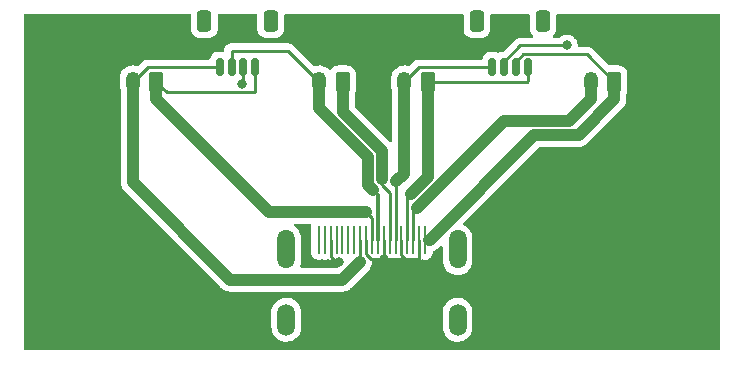
<source format=gbr>
%TF.GenerationSoftware,KiCad,Pcbnew,(6.0.5)*%
%TF.CreationDate,2022-06-06T17:16:28-06:00*%
%TF.ProjectId,15Pin_Fanout,31355069-6e5f-4466-916e-6f75742e6b69,rev?*%
%TF.SameCoordinates,Original*%
%TF.FileFunction,Copper,L1,Top*%
%TF.FilePolarity,Positive*%
%FSLAX46Y46*%
G04 Gerber Fmt 4.6, Leading zero omitted, Abs format (unit mm)*
G04 Created by KiCad (PCBNEW (6.0.5)) date 2022-06-06 17:16:28*
%MOMM*%
%LPD*%
G01*
G04 APERTURE LIST*
G04 Aperture macros list*
%AMRoundRect*
0 Rectangle with rounded corners*
0 $1 Rounding radius*
0 $2 $3 $4 $5 $6 $7 $8 $9 X,Y pos of 4 corners*
0 Add a 4 corners polygon primitive as box body*
4,1,4,$2,$3,$4,$5,$6,$7,$8,$9,$2,$3,0*
0 Add four circle primitives for the rounded corners*
1,1,$1+$1,$2,$3*
1,1,$1+$1,$4,$5*
1,1,$1+$1,$6,$7*
1,1,$1+$1,$8,$9*
0 Add four rect primitives between the rounded corners*
20,1,$1+$1,$2,$3,$4,$5,0*
20,1,$1+$1,$4,$5,$6,$7,0*
20,1,$1+$1,$6,$7,$8,$9,0*
20,1,$1+$1,$8,$9,$2,$3,0*%
G04 Aperture macros list end*
%TA.AperFunction,ComponentPad*%
%ADD10RoundRect,0.250000X0.350000X0.625000X-0.350000X0.625000X-0.350000X-0.625000X0.350000X-0.625000X0*%
%TD*%
%TA.AperFunction,ComponentPad*%
%ADD11O,1.200000X1.750000*%
%TD*%
%TA.AperFunction,SMDPad,CuDef*%
%ADD12RoundRect,0.150000X0.150000X0.625000X-0.150000X0.625000X-0.150000X-0.625000X0.150000X-0.625000X0*%
%TD*%
%TA.AperFunction,SMDPad,CuDef*%
%ADD13RoundRect,0.250000X0.350000X0.650000X-0.350000X0.650000X-0.350000X-0.650000X0.350000X-0.650000X0*%
%TD*%
%TA.AperFunction,SMDPad,CuDef*%
%ADD14O,0.250000X2.400000*%
%TD*%
%TA.AperFunction,ComponentPad*%
%ADD15O,1.500000X2.700000*%
%TD*%
%TA.AperFunction,ComponentPad*%
%ADD16O,1.500000X3.300000*%
%TD*%
%TA.AperFunction,ViaPad*%
%ADD17C,0.800000*%
%TD*%
%TA.AperFunction,Conductor*%
%ADD18C,0.250000*%
%TD*%
%TA.AperFunction,Conductor*%
%ADD19C,1.000000*%
%TD*%
%TA.AperFunction,Conductor*%
%ADD20C,0.300000*%
%TD*%
%TA.AperFunction,Conductor*%
%ADD21C,0.350000*%
%TD*%
G04 APERTURE END LIST*
D10*
%TO.P,J3,1,Pin_1*%
%TO.N,Net-(J1-Pad7)*%
X-2474000Y16750000D03*
D11*
%TO.P,J3,2,Pin_2*%
%TO.N,Net-(J1-Pad9)*%
X-4474000Y16750000D03*
%TD*%
D10*
%TO.P,J5,1,Pin_1*%
%TO.N,Net-(J1-Pad4)*%
X4726000Y16750000D03*
D11*
%TO.P,J5,2,Pin_2*%
%TO.N,Net-(J1-Pad6)*%
X2726000Y16750000D03*
%TD*%
D12*
%TO.P,J6,1,Pin_1*%
%TO.N,Net-(J1-Pad4)*%
X13176000Y18000000D03*
%TO.P,J6,2,Pin_2*%
%TO.N,Net-(J1-Pad1)*%
X12176000Y18000000D03*
%TO.P,J6,3,Pin_3*%
%TO.N,Net-(J1-Pad3)*%
X11176000Y18000000D03*
%TO.P,J6,4,Pin_4*%
%TO.N,Net-(J1-Pad6)*%
X10176000Y18000000D03*
D13*
%TO.P,J6,MP*%
%TO.N,N/C*%
X14476000Y21875000D03*
X8876000Y21875000D03*
%TD*%
D10*
%TO.P,J4,1,Pin_1*%
%TO.N,Net-(J1-Pad10)*%
X-18250000Y16750000D03*
D11*
%TO.P,J4,2,Pin_2*%
%TO.N,Net-(J1-Pad12)*%
X-20250000Y16750000D03*
%TD*%
D12*
%TO.P,J7,1,Pin_1*%
%TO.N,Net-(J1-Pad10)*%
X-9884000Y18000000D03*
%TO.P,J7,2,Pin_2*%
%TO.N,Net-(J1-Pad7)*%
X-10884000Y18000000D03*
%TO.P,J7,3,Pin_3*%
%TO.N,Net-(J1-Pad9)*%
X-11884000Y18000000D03*
%TO.P,J7,4,Pin_4*%
%TO.N,Net-(J1-Pad12)*%
X-12884000Y18000000D03*
D13*
%TO.P,J7,MP*%
%TO.N,N/C*%
X-8584000Y21875000D03*
X-14184000Y21875000D03*
%TD*%
D10*
%TO.P,J2,1,Pin_1*%
%TO.N,Net-(J1-Pad1)*%
X20526000Y16750000D03*
D11*
%TO.P,J2,2,Pin_2*%
%TO.N,Net-(J1-Pad3)*%
X18526000Y16750000D03*
%TD*%
D14*
%TO.P,J1,1,D2+*%
%TO.N,Net-(J1-Pad1)*%
X4501000Y3396000D03*
%TO.P,J1,2,D2S*%
%TO.N,GND*%
X4001000Y3396000D03*
%TO.P,J1,3,D2-*%
%TO.N,Net-(J1-Pad3)*%
X3501000Y3396000D03*
%TO.P,J1,4,D1+*%
%TO.N,Net-(J1-Pad4)*%
X3001000Y3396000D03*
%TO.P,J1,5,D1S*%
%TO.N,GND*%
X2500000Y3396000D03*
%TO.P,J1,6,D1-*%
%TO.N,Net-(J1-Pad6)*%
X2000000Y3396000D03*
%TO.P,J1,7,D0+*%
%TO.N,Net-(J1-Pad7)*%
X1500000Y3396000D03*
%TO.P,J1,8,D0S*%
%TO.N,GND*%
X1000000Y3396000D03*
%TO.P,J1,9,D0-*%
%TO.N,Net-(J1-Pad9)*%
X500000Y3396000D03*
%TO.P,J1,10,CK+*%
%TO.N,Net-(J1-Pad10)*%
X0Y3396000D03*
%TO.P,J1,11,CKS*%
%TO.N,GND*%
X-500000Y3396000D03*
%TO.P,J1,12,CK-*%
%TO.N,Net-(J1-Pad12)*%
X-1000000Y3396000D03*
%TO.P,J1,13,CEC*%
%TO.N,unconnected-(J1-Pad13)*%
X-1500000Y3396000D03*
%TO.P,J1,14,UTILITY*%
%TO.N,unconnected-(J1-Pad14)*%
X-2000000Y3396000D03*
%TO.P,J1,15,SCL*%
%TO.N,unconnected-(J1-Pad15)*%
X-2500000Y3396000D03*
%TO.P,J1,16,SDA*%
%TO.N,unconnected-(J1-Pad16)*%
X-3001000Y3396000D03*
%TO.P,J1,17,GND*%
%TO.N,GND*%
X-3501000Y3396000D03*
%TO.P,J1,18,+5V*%
%TO.N,unconnected-(J1-Pad18)*%
X-4001000Y3396000D03*
%TO.P,J1,19,HPD*%
%TO.N,unconnected-(J1-Pad19)*%
X-4501000Y3396000D03*
D15*
%TO.P,J1,20*%
%TO.N,N/C*%
X7250000Y-3396000D03*
%TO.P,J1,21*%
X-7250000Y-3396000D03*
D16*
%TO.P,J1,22*%
X7250000Y2564000D03*
%TO.P,J1,23*%
X-7250000Y2564000D03*
%TD*%
D17*
%TO.N,GND*%
X-2750000Y1500000D03*
X999000Y1751000D03*
%TO.N,Net-(J1-Pad3)*%
X16500000Y19824020D03*
%TO.N,Net-(J1-Pad7)*%
X-11000000Y16590500D03*
%TD*%
D18*
%TO.N,Net-(J1-Pad1)*%
X12176000Y18446072D02*
X12829448Y19099520D01*
D19*
X20526000Y15276000D02*
X17500000Y12250000D01*
D18*
X12176000Y18000000D02*
X12176000Y18446072D01*
D19*
X20526000Y16750000D02*
X20526000Y15276000D01*
X13750000Y12250000D02*
X4896000Y3396000D01*
D18*
X18176480Y19099520D02*
X20526000Y16750000D01*
D19*
X4896000Y3396000D02*
X4825520Y3396000D01*
X17500000Y12250000D02*
X13750000Y12250000D01*
D18*
X12829448Y19099520D02*
X18176480Y19099520D01*
%TO.N,GND*%
X4001000Y3396000D02*
X4001000Y1751000D01*
X-500000Y3396000D02*
X-500000Y2166048D01*
X4001000Y1751000D02*
X3249000Y1751000D01*
X-500000Y2166048D02*
X-84952Y1751000D01*
X-84952Y1751000D02*
X999000Y1751000D01*
X-3501000Y1946000D02*
X-3055000Y1500000D01*
X2833323Y1751000D02*
X2500000Y2084323D01*
X999000Y1751000D02*
X1499000Y1751000D01*
X-3501000Y3396000D02*
X-3501000Y1946000D01*
X1499000Y1751000D02*
X3249000Y1751000D01*
X1195000Y1751000D02*
X1499000Y1751000D01*
X1000000Y1946000D02*
X1195000Y1751000D01*
X3249000Y1751000D02*
X2833323Y1751000D01*
X1000000Y3396000D02*
X1000000Y1946000D01*
X-3055000Y1500000D02*
X-2750000Y1500000D01*
X2500000Y2084323D02*
X2500000Y3396000D01*
D19*
%TO.N,Net-(J1-Pad3)*%
X16699520Y13449520D02*
X13253143Y13449520D01*
X18526000Y15276000D02*
X16699520Y13449520D01*
D18*
X3501000Y5751000D02*
X3825520Y6075520D01*
X11176000Y18000000D02*
X11176000Y18446072D01*
X3501000Y3396000D02*
X3501000Y5751000D01*
X12553948Y19824020D02*
X16500000Y19824020D01*
D19*
X11199520Y13449520D02*
X3825520Y6075520D01*
X18526000Y16750000D02*
X18526000Y15276000D01*
X13253143Y13449520D02*
X11199520Y13449520D01*
D18*
X11176000Y18446072D02*
X12553948Y19824020D01*
D19*
%TO.N,Net-(J1-Pad4)*%
X4726000Y16750000D02*
X4726000Y8672378D01*
D18*
X3001000Y6947378D02*
X3276811Y7223189D01*
X3001000Y3396000D02*
X3001000Y6947378D01*
X13176000Y16824000D02*
X13102000Y16750000D01*
X13102000Y16750000D02*
X4726000Y16750000D01*
X13176000Y18000000D02*
X13176000Y16824000D01*
D19*
X4726000Y8672378D02*
X3276811Y7223189D01*
%TO.N,Net-(J1-Pad6)*%
X2726000Y16750000D02*
X2726000Y8976000D01*
D18*
X2000000Y8250000D02*
X2726000Y8976000D01*
D19*
X2726000Y8976000D02*
X2077291Y8327291D01*
D18*
X2000000Y3396000D02*
X2000000Y8250000D01*
X10176000Y18000000D02*
X3976000Y18000000D01*
X3976000Y18000000D02*
X2726000Y16750000D01*
D19*
%TO.N,Net-(J1-Pad7)*%
X-2474000Y16750000D02*
X-2474000Y14224000D01*
X877771Y10872229D02*
X877771Y8500000D01*
D18*
X877771Y7969671D02*
X877771Y8500000D01*
X-10884000Y18000000D02*
X-10884000Y16706500D01*
X1500000Y3396000D02*
X1500000Y7347442D01*
X1500000Y7347442D02*
X877771Y7969671D01*
X-10884000Y16706500D02*
X-11000000Y16590500D01*
D19*
X-2474000Y14224000D02*
X877771Y10872229D01*
%TO.N,Net-(J1-Pad9)*%
X-321749Y8003143D02*
X90697Y7590697D01*
X-321749Y10375372D02*
X-321749Y8003143D01*
D18*
X-7090000Y19366000D02*
X-4474000Y16750000D01*
D19*
X-4474000Y14527623D02*
X-321749Y10375372D01*
D20*
X500000Y7181394D02*
X90697Y7590697D01*
D21*
X500000Y3396000D02*
X500000Y7181394D01*
D18*
X-11884000Y18000000D02*
X-11884000Y19366000D01*
X-11884000Y19366000D02*
X-7090000Y19366000D01*
D19*
X-4474000Y16750000D02*
X-4474000Y14527623D01*
D18*
%TO.N,Net-(J1-Pad10)*%
X-9884000Y18000000D02*
X-9884000Y15866000D01*
X-17366000Y15866000D02*
X-18250000Y16750000D01*
D19*
X-18250000Y16750000D02*
X-18250000Y15250000D01*
X-18250000Y15250000D02*
X-8750000Y5750000D01*
D18*
X0Y5250000D02*
X-500000Y5750000D01*
D19*
X-8750000Y5750000D02*
X-500000Y5750000D01*
D18*
X0Y3396000D02*
X0Y5250000D01*
X-9884000Y15866000D02*
X-17366000Y15866000D01*
%TO.N,Net-(J1-Pad12)*%
X-1000000Y3396000D02*
X-1000000Y1500000D01*
D19*
X-20250000Y16750000D02*
X-20250000Y8250000D01*
D18*
X-19000000Y18000000D02*
X-20250000Y16750000D01*
D19*
X-12000000Y0D02*
X-2500000Y0D01*
X-2500000Y0D02*
X-1000000Y1500000D01*
D18*
X-12884000Y18000000D02*
X-19000000Y18000000D01*
D19*
X-20250000Y8250000D02*
X-12000000Y0D01*
%TD*%
%TA.AperFunction,Conductor*%
%TO.N,GND*%
G36*
X-15350379Y22471498D02*
G01*
X-15303886Y22417842D01*
X-15292500Y22365500D01*
X-15292500Y21174600D01*
X-15281526Y21068834D01*
X-15225550Y20901054D01*
X-15132478Y20750652D01*
X-15007303Y20625695D01*
X-15001073Y20621855D01*
X-15001072Y20621854D01*
X-14863910Y20537306D01*
X-14856738Y20532885D01*
X-14778000Y20506769D01*
X-14695389Y20479368D01*
X-14695387Y20479368D01*
X-14688861Y20477203D01*
X-14682025Y20476503D01*
X-14682022Y20476502D01*
X-14638969Y20472091D01*
X-14584400Y20466500D01*
X-13783600Y20466500D01*
X-13780354Y20466837D01*
X-13780350Y20466837D01*
X-13684692Y20476762D01*
X-13684688Y20476763D01*
X-13677834Y20477474D01*
X-13671298Y20479655D01*
X-13671296Y20479655D01*
X-13539194Y20523728D01*
X-13510054Y20533450D01*
X-13359652Y20626522D01*
X-13234695Y20751697D01*
X-13141885Y20902262D01*
X-13086203Y21070139D01*
X-13075500Y21174600D01*
X-13075500Y22365500D01*
X-13055498Y22433621D01*
X-13001842Y22480114D01*
X-12949500Y22491500D01*
X-9818500Y22491500D01*
X-9750379Y22471498D01*
X-9703886Y22417842D01*
X-9692500Y22365500D01*
X-9692500Y21174600D01*
X-9681526Y21068834D01*
X-9625550Y20901054D01*
X-9532478Y20750652D01*
X-9407303Y20625695D01*
X-9401073Y20621855D01*
X-9401072Y20621854D01*
X-9263910Y20537306D01*
X-9256738Y20532885D01*
X-9178000Y20506769D01*
X-9095389Y20479368D01*
X-9095387Y20479368D01*
X-9088861Y20477203D01*
X-9082025Y20476503D01*
X-9082022Y20476502D01*
X-9038969Y20472091D01*
X-8984400Y20466500D01*
X-8183600Y20466500D01*
X-8180354Y20466837D01*
X-8180350Y20466837D01*
X-8084692Y20476762D01*
X-8084688Y20476763D01*
X-8077834Y20477474D01*
X-8071298Y20479655D01*
X-8071296Y20479655D01*
X-7939194Y20523728D01*
X-7910054Y20533450D01*
X-7759652Y20626522D01*
X-7634695Y20751697D01*
X-7541885Y20902262D01*
X-7486203Y21070139D01*
X-7475500Y21174600D01*
X-7475500Y22365500D01*
X-7455498Y22433621D01*
X-7401842Y22480114D01*
X-7349500Y22491500D01*
X7641500Y22491500D01*
X7709621Y22471498D01*
X7756114Y22417842D01*
X7767500Y22365500D01*
X7767500Y21174600D01*
X7778474Y21068834D01*
X7834450Y20901054D01*
X7927522Y20750652D01*
X8052697Y20625695D01*
X8058927Y20621855D01*
X8058928Y20621854D01*
X8196090Y20537306D01*
X8203262Y20532885D01*
X8282000Y20506769D01*
X8364611Y20479368D01*
X8364613Y20479368D01*
X8371139Y20477203D01*
X8377975Y20476503D01*
X8377978Y20476502D01*
X8421031Y20472091D01*
X8475600Y20466500D01*
X9276400Y20466500D01*
X9279646Y20466837D01*
X9279650Y20466837D01*
X9375308Y20476762D01*
X9375312Y20476763D01*
X9382166Y20477474D01*
X9388702Y20479655D01*
X9388704Y20479655D01*
X9520806Y20523728D01*
X9549946Y20533450D01*
X9700348Y20626522D01*
X9825305Y20751697D01*
X9918115Y20902262D01*
X9973797Y21070139D01*
X9984500Y21174600D01*
X9984500Y22365500D01*
X10004502Y22433621D01*
X10058158Y22480114D01*
X10110500Y22491500D01*
X13241500Y22491500D01*
X13309621Y22471498D01*
X13356114Y22417842D01*
X13367500Y22365500D01*
X13367500Y21174600D01*
X13378474Y21068834D01*
X13434450Y20901054D01*
X13527522Y20750652D01*
X13532704Y20745479D01*
X13605617Y20672693D01*
X13639696Y20610411D01*
X13634693Y20539590D01*
X13592196Y20482718D01*
X13525697Y20457849D01*
X13516599Y20457520D01*
X12632716Y20457520D01*
X12621533Y20458047D01*
X12614040Y20459722D01*
X12606114Y20459473D01*
X12606113Y20459473D01*
X12545950Y20457582D01*
X12541992Y20457520D01*
X12514092Y20457520D01*
X12510102Y20457016D01*
X12498268Y20456084D01*
X12454059Y20454694D01*
X12446445Y20452482D01*
X12446440Y20452481D01*
X12434607Y20449043D01*
X12415244Y20445032D01*
X12395151Y20442494D01*
X12387784Y20439577D01*
X12387779Y20439576D01*
X12354040Y20426218D01*
X12342813Y20422374D01*
X12300355Y20410038D01*
X12293529Y20406001D01*
X12282920Y20399727D01*
X12265172Y20391032D01*
X12246331Y20383572D01*
X12239915Y20378910D01*
X12239914Y20378910D01*
X12210561Y20357584D01*
X12200641Y20351068D01*
X12169413Y20332600D01*
X12169410Y20332598D01*
X12162586Y20328562D01*
X12148265Y20314241D01*
X12133232Y20301401D01*
X12116841Y20289492D01*
X12111791Y20283388D01*
X12111786Y20283383D01*
X12088655Y20255422D01*
X12080665Y20246641D01*
X11154427Y19320404D01*
X11092115Y19286379D01*
X11065332Y19283500D01*
X10959498Y19283500D01*
X10957050Y19283307D01*
X10957042Y19283307D01*
X10928579Y19281067D01*
X10928574Y19281066D01*
X10922169Y19280562D01*
X10822231Y19251528D01*
X10770012Y19236357D01*
X10770010Y19236356D01*
X10762399Y19234145D01*
X10755576Y19230110D01*
X10755574Y19230109D01*
X10740137Y19220980D01*
X10671321Y19203522D01*
X10611863Y19220980D01*
X10596426Y19230109D01*
X10596424Y19230110D01*
X10589601Y19234145D01*
X10581990Y19236356D01*
X10581988Y19236357D01*
X10529769Y19251528D01*
X10429831Y19280562D01*
X10423426Y19281066D01*
X10423421Y19281067D01*
X10394958Y19283307D01*
X10394950Y19283307D01*
X10392502Y19283500D01*
X9959498Y19283500D01*
X9957050Y19283307D01*
X9957042Y19283307D01*
X9928579Y19281067D01*
X9928574Y19281066D01*
X9922169Y19280562D01*
X9822231Y19251528D01*
X9770012Y19236357D01*
X9770010Y19236356D01*
X9762399Y19234145D01*
X9755575Y19230109D01*
X9755573Y19230108D01*
X9626020Y19153491D01*
X9626017Y19153489D01*
X9619193Y19149453D01*
X9501547Y19031807D01*
X9497511Y19024983D01*
X9497509Y19024980D01*
X9433893Y18917411D01*
X9416855Y18888601D01*
X9370438Y18728831D01*
X9368773Y18729315D01*
X9340655Y18673442D01*
X9279519Y18637347D01*
X9248622Y18633500D01*
X4054767Y18633500D01*
X4043584Y18634027D01*
X4036091Y18635702D01*
X4028165Y18635453D01*
X4028164Y18635453D01*
X3968001Y18633562D01*
X3964043Y18633500D01*
X3936144Y18633500D01*
X3932154Y18632996D01*
X3920320Y18632064D01*
X3876111Y18630674D01*
X3868497Y18628462D01*
X3868492Y18628461D01*
X3856659Y18625023D01*
X3837296Y18621012D01*
X3817203Y18618474D01*
X3809836Y18615557D01*
X3809831Y18615556D01*
X3776092Y18602198D01*
X3764865Y18598354D01*
X3722407Y18586018D01*
X3715581Y18581981D01*
X3704972Y18575707D01*
X3687224Y18567012D01*
X3668383Y18559552D01*
X3661967Y18554890D01*
X3661966Y18554890D01*
X3632613Y18533564D01*
X3622693Y18527048D01*
X3591465Y18508580D01*
X3591462Y18508578D01*
X3584638Y18504542D01*
X3570317Y18490221D01*
X3555284Y18477381D01*
X3538893Y18465472D01*
X3533842Y18459366D01*
X3510702Y18431395D01*
X3502712Y18422616D01*
X3191957Y18111861D01*
X3129645Y18077835D01*
X3061529Y18081928D01*
X2995394Y18104894D01*
X2995392Y18104895D01*
X2989729Y18106861D01*
X2983794Y18107722D01*
X2983792Y18107722D01*
X2786336Y18136352D01*
X2786333Y18136352D01*
X2780396Y18137213D01*
X2569101Y18127433D01*
X2437923Y18095819D01*
X2369299Y18079281D01*
X2369297Y18079280D01*
X2363466Y18077875D01*
X2358008Y18075393D01*
X2358004Y18075392D01*
X2242959Y18023084D01*
X2170913Y17990326D01*
X1998389Y17867946D01*
X1852119Y17715150D01*
X1737380Y17537452D01*
X1735137Y17531886D01*
X1668485Y17366500D01*
X1658314Y17341263D01*
X1617772Y17133663D01*
X1617500Y17128101D01*
X1617500Y16422154D01*
X1632548Y16264434D01*
X1692092Y16061466D01*
X1694836Y16056139D01*
X1703516Y16039285D01*
X1717500Y15981593D01*
X1717500Y11762925D01*
X1697498Y11694804D01*
X1643842Y11648311D01*
X1573568Y11638207D01*
X1508988Y11667701D01*
X1502405Y11673830D01*
X-1428595Y14604829D01*
X-1462621Y14667141D01*
X-1465500Y14693924D01*
X-1465500Y15712015D01*
X-1446759Y15778132D01*
X-1435726Y15796030D01*
X-1435724Y15796033D01*
X-1431885Y15802262D01*
X-1376203Y15970139D01*
X-1365500Y16074600D01*
X-1365500Y17425400D01*
X-1376474Y17531166D01*
X-1380251Y17542489D01*
X-1430132Y17691998D01*
X-1432450Y17698946D01*
X-1525522Y17849348D01*
X-1650697Y17974305D01*
X-1753174Y18037473D01*
X-1795032Y18063275D01*
X-1795034Y18063276D01*
X-1801262Y18067115D01*
X-1881005Y18093564D01*
X-1962611Y18120632D01*
X-1962613Y18120632D01*
X-1969139Y18122797D01*
X-1975975Y18123497D01*
X-1975978Y18123498D01*
X-2019031Y18127909D01*
X-2073600Y18133500D01*
X-2874400Y18133500D01*
X-2877646Y18133163D01*
X-2877650Y18133163D01*
X-2973308Y18123238D01*
X-2973312Y18123237D01*
X-2980166Y18122526D01*
X-2986702Y18120345D01*
X-2986704Y18120345D01*
X-3094368Y18084425D01*
X-3147946Y18066550D01*
X-3298348Y17973478D01*
X-3423305Y17848303D01*
X-3427145Y17842073D01*
X-3427146Y17842072D01*
X-3455074Y17796764D01*
X-3507846Y17749271D01*
X-3577918Y17737847D01*
X-3643042Y17766121D01*
X-3661418Y17785045D01*
X-3667604Y17792920D01*
X-3672135Y17796852D01*
X-3672138Y17796855D01*
X-3822833Y17927621D01*
X-3827363Y17931552D01*
X-3832549Y17934552D01*
X-3832553Y17934555D01*
X-4005258Y18034467D01*
X-4010454Y18037473D01*
X-4210271Y18106861D01*
X-4216206Y18107722D01*
X-4216208Y18107722D01*
X-4413664Y18136352D01*
X-4413667Y18136352D01*
X-4419604Y18137213D01*
X-4630899Y18127433D01*
X-4765496Y18094995D01*
X-4823817Y18080940D01*
X-4894728Y18084425D01*
X-4942433Y18114338D01*
X-6586348Y19758253D01*
X-6593888Y19766539D01*
X-6598000Y19773018D01*
X-6647652Y19819644D01*
X-6650493Y19822398D01*
X-6670230Y19842135D01*
X-6673427Y19844615D01*
X-6682449Y19852320D01*
X-6714679Y19882586D01*
X-6721625Y19886405D01*
X-6721628Y19886407D01*
X-6732434Y19892348D01*
X-6748953Y19903199D01*
X-6749417Y19903559D01*
X-6764959Y19915614D01*
X-6772228Y19918759D01*
X-6772232Y19918762D01*
X-6805537Y19933174D01*
X-6816187Y19938391D01*
X-6854940Y19959695D01*
X-6874563Y19964733D01*
X-6893266Y19971137D01*
X-6904580Y19976033D01*
X-6904581Y19976033D01*
X-6911855Y19979181D01*
X-6919678Y19980420D01*
X-6919688Y19980423D01*
X-6955524Y19986099D01*
X-6967144Y19988505D01*
X-7002289Y19997528D01*
X-7002290Y19997528D01*
X-7009970Y19999500D01*
X-7030224Y19999500D01*
X-7049935Y20001051D01*
X-7054234Y20001732D01*
X-7069943Y20004220D01*
X-7095649Y20001790D01*
X-7113961Y20000059D01*
X-7125819Y19999500D01*
X-11812207Y19999500D01*
X-11835816Y20001732D01*
X-11836119Y20001790D01*
X-11836123Y20001790D01*
X-11843906Y20003275D01*
X-11899951Y19999749D01*
X-11907862Y19999500D01*
X-11923856Y19999500D01*
X-11939730Y19997494D01*
X-11947590Y19996752D01*
X-11975049Y19995024D01*
X-11995737Y19993723D01*
X-11995738Y19993723D01*
X-12003650Y19993225D01*
X-12011191Y19990775D01*
X-12011487Y19990679D01*
X-12034631Y19985506D01*
X-12034935Y19985468D01*
X-12034940Y19985467D01*
X-12042797Y19984474D01*
X-12050162Y19981558D01*
X-12050166Y19981557D01*
X-12095011Y19963801D01*
X-12102430Y19961129D01*
X-12155875Y19943764D01*
X-12162571Y19939514D01*
X-12162572Y19939514D01*
X-12162831Y19939350D01*
X-12183958Y19928585D01*
X-12184246Y19928471D01*
X-12184251Y19928468D01*
X-12191617Y19925552D01*
X-12198025Y19920896D01*
X-12198031Y19920893D01*
X-12237052Y19892542D01*
X-12243589Y19888099D01*
X-12291018Y19858000D01*
X-12296444Y19852222D01*
X-12296445Y19852221D01*
X-12296659Y19851993D01*
X-12314446Y19836312D01*
X-12314691Y19836134D01*
X-12314693Y19836132D01*
X-12321107Y19831472D01*
X-12326161Y19825363D01*
X-12326162Y19825362D01*
X-12356903Y19788204D01*
X-12362134Y19782270D01*
X-12395158Y19747102D01*
X-12395160Y19747099D01*
X-12400586Y19741321D01*
X-12404555Y19734101D01*
X-12417881Y19714494D01*
X-12418080Y19714254D01*
X-12418084Y19714247D01*
X-12423133Y19708144D01*
X-12440180Y19671916D01*
X-12447047Y19657324D01*
X-12450629Y19650292D01*
X-12477695Y19601060D01*
X-12479665Y19593385D01*
X-12479668Y19593379D01*
X-12479744Y19593081D01*
X-12487776Y19570772D01*
X-12487906Y19570497D01*
X-12487909Y19570489D01*
X-12491283Y19563318D01*
X-12492769Y19555526D01*
X-12501805Y19508157D01*
X-12503529Y19500442D01*
X-12517500Y19446030D01*
X-12517500Y19437793D01*
X-12519732Y19414184D01*
X-12521275Y19406094D01*
X-12520872Y19399688D01*
X-12544882Y19333587D01*
X-12601351Y19290555D01*
X-12656281Y19282618D01*
X-12665019Y19283306D01*
X-12665047Y19283307D01*
X-12667498Y19283500D01*
X-13100502Y19283500D01*
X-13102950Y19283307D01*
X-13102958Y19283307D01*
X-13131421Y19281067D01*
X-13131426Y19281066D01*
X-13137831Y19280562D01*
X-13237769Y19251528D01*
X-13289988Y19236357D01*
X-13289990Y19236356D01*
X-13297601Y19234145D01*
X-13304425Y19230109D01*
X-13304427Y19230108D01*
X-13433980Y19153491D01*
X-13433983Y19153489D01*
X-13440807Y19149453D01*
X-13558453Y19031807D01*
X-13562489Y19024983D01*
X-13562491Y19024980D01*
X-13626107Y18917411D01*
X-13643145Y18888601D01*
X-13689562Y18728831D01*
X-13691227Y18729315D01*
X-13719345Y18673442D01*
X-13780481Y18637347D01*
X-13811378Y18633500D01*
X-18921233Y18633500D01*
X-18932416Y18634027D01*
X-18939909Y18635702D01*
X-18947835Y18635453D01*
X-18947836Y18635453D01*
X-19007999Y18633562D01*
X-19011957Y18633500D01*
X-19039856Y18633500D01*
X-19043846Y18632996D01*
X-19055680Y18632064D01*
X-19099889Y18630674D01*
X-19107503Y18628462D01*
X-19107508Y18628461D01*
X-19119341Y18625023D01*
X-19138704Y18621012D01*
X-19158797Y18618474D01*
X-19166164Y18615557D01*
X-19166169Y18615556D01*
X-19199908Y18602198D01*
X-19211135Y18598354D01*
X-19253593Y18586018D01*
X-19260419Y18581981D01*
X-19271028Y18575707D01*
X-19288776Y18567012D01*
X-19307617Y18559552D01*
X-19314033Y18554890D01*
X-19314034Y18554890D01*
X-19343387Y18533564D01*
X-19353307Y18527048D01*
X-19384535Y18508580D01*
X-19384538Y18508578D01*
X-19391362Y18504542D01*
X-19405683Y18490221D01*
X-19420716Y18477381D01*
X-19437107Y18465472D01*
X-19442158Y18459366D01*
X-19465298Y18431395D01*
X-19473288Y18422616D01*
X-19784043Y18111861D01*
X-19846355Y18077835D01*
X-19914471Y18081928D01*
X-19980606Y18104894D01*
X-19980608Y18104895D01*
X-19986271Y18106861D01*
X-19992206Y18107722D01*
X-19992208Y18107722D01*
X-20189664Y18136352D01*
X-20189667Y18136352D01*
X-20195604Y18137213D01*
X-20406899Y18127433D01*
X-20538077Y18095819D01*
X-20606701Y18079281D01*
X-20606703Y18079280D01*
X-20612534Y18077875D01*
X-20617992Y18075393D01*
X-20617996Y18075392D01*
X-20733041Y18023084D01*
X-20805087Y17990326D01*
X-20977611Y17867946D01*
X-21123881Y17715150D01*
X-21238620Y17537452D01*
X-21240863Y17531886D01*
X-21307515Y17366500D01*
X-21317686Y17341263D01*
X-21358228Y17133663D01*
X-21358500Y17128101D01*
X-21358500Y16422154D01*
X-21343452Y16264434D01*
X-21283908Y16061466D01*
X-21281164Y16056139D01*
X-21272484Y16039285D01*
X-21258500Y15981593D01*
X-21258500Y8311843D01*
X-21259237Y8298236D01*
X-21263324Y8260612D01*
X-21262787Y8254477D01*
X-21258950Y8210612D01*
X-21258621Y8205786D01*
X-21258500Y8203314D01*
X-21258500Y8200231D01*
X-21258199Y8197163D01*
X-21254310Y8157494D01*
X-21254188Y8156181D01*
X-21246087Y8063587D01*
X-21244600Y8058468D01*
X-21244080Y8053167D01*
X-21217209Y7964166D01*
X-21216874Y7963033D01*
X-21201269Y7909324D01*
X-21190909Y7873664D01*
X-21188456Y7868932D01*
X-21186916Y7863831D01*
X-21184022Y7858388D01*
X-21143269Y7781740D01*
X-21142657Y7780574D01*
X-21099892Y7698074D01*
X-21096569Y7693911D01*
X-21094066Y7689204D01*
X-21035245Y7617082D01*
X-21034554Y7616226D01*
X-21003262Y7577027D01*
X-21000758Y7574523D01*
X-21000116Y7573805D01*
X-20996415Y7569472D01*
X-20969065Y7535938D01*
X-20964318Y7532011D01*
X-20964316Y7532009D01*
X-20933738Y7506713D01*
X-20924958Y7498723D01*
X-12756855Y-669379D01*
X-12747753Y-679522D01*
X-12724032Y-709025D01*
X-12719304Y-712992D01*
X-12685579Y-741291D01*
X-12681931Y-744472D01*
X-12680119Y-746115D01*
X-12677925Y-748309D01*
X-12644651Y-775642D01*
X-12643853Y-776304D01*
X-12572526Y-836154D01*
X-12567856Y-838722D01*
X-12563739Y-842103D01*
X-12543921Y-852729D01*
X-12481914Y-885977D01*
X-12480755Y-886606D01*
X-12404619Y-928462D01*
X-12404611Y-928465D01*
X-12399213Y-931433D01*
X-12394131Y-933045D01*
X-12389437Y-935562D01*
X-12316229Y-957945D01*
X-12300523Y-962747D01*
X-12299265Y-963139D01*
X-12210694Y-991235D01*
X-12205403Y-991829D01*
X-12200302Y-993388D01*
X-12107737Y-1002790D01*
X-12106550Y-1002916D01*
X-12077162Y-1006213D01*
X-12060270Y-1008108D01*
X-12060265Y-1008108D01*
X-12056773Y-1008500D01*
X-12053248Y-1008500D01*
X-12052263Y-1008555D01*
X-12046568Y-1009003D01*
X-12034658Y-1010213D01*
X-12009666Y-1012752D01*
X-12009661Y-1012752D01*
X-12003538Y-1013374D01*
X-11957892Y-1009059D01*
X-11946033Y-1008500D01*
X-2561843Y-1008500D01*
X-2548236Y-1009237D01*
X-2516738Y-1012659D01*
X-2516733Y-1012659D01*
X-2510612Y-1013324D01*
X-2484362Y-1011027D01*
X-2460612Y-1008950D01*
X-2455786Y-1008621D01*
X-2453314Y-1008500D01*
X-2450231Y-1008500D01*
X-2438262Y-1007326D01*
X-2407494Y-1004310D01*
X-2406181Y-1004188D01*
X-2361916Y-1000315D01*
X-2313587Y-996087D01*
X-2308468Y-994600D01*
X-2303167Y-994080D01*
X-2214166Y-967209D01*
X-2213033Y-966874D01*
X-2129586Y-942630D01*
X-2129582Y-942628D01*
X-2123664Y-940909D01*
X-2118932Y-938456D01*
X-2113831Y-936916D01*
X-2106833Y-933195D01*
X-2031740Y-893269D01*
X-2030574Y-892657D01*
X-1953547Y-852729D01*
X-1948074Y-849892D01*
X-1943911Y-846569D01*
X-1939204Y-844066D01*
X-1867082Y-785245D01*
X-1866226Y-784554D01*
X-1827027Y-753262D01*
X-1824523Y-750758D01*
X-1823805Y-750116D01*
X-1819472Y-746415D01*
X-1785938Y-719065D01*
X-1756712Y-683737D01*
X-1748723Y-674958D01*
X-253875Y819891D01*
X-251691Y822075D01*
X-157898Y936261D01*
X-64438Y1110563D01*
X-6613Y1299698D01*
X-736Y1357551D01*
X12752Y1490334D01*
X12752Y1490339D01*
X13374Y1496462D01*
X7631Y1557217D01*
X21134Y1626918D01*
X70176Y1678254D01*
X109462Y1692843D01*
X111738Y1693277D01*
X119650Y1693775D01*
X205545Y1721684D01*
X276512Y1723712D01*
X288184Y1719472D01*
X295512Y1717091D01*
X302682Y1713717D01*
X310465Y1712232D01*
X310466Y1712232D01*
X452111Y1685212D01*
X459906Y1683725D01*
X548400Y1689292D01*
X611738Y1693277D01*
X611740Y1693277D01*
X619650Y1693775D01*
X706241Y1721910D01*
X777206Y1723938D01*
X788110Y1719977D01*
X788124Y1720021D01*
X810622Y1712711D01*
X952152Y1685713D01*
X967849Y1684726D01*
X1111643Y1693772D01*
X1127093Y1696719D01*
X1204884Y1721995D01*
X1275852Y1724022D01*
X1290038Y1718870D01*
X1295508Y1717093D01*
X1302682Y1713717D01*
X1407222Y1693775D01*
X1449485Y1685713D01*
X1459906Y1683725D01*
X1548400Y1689292D01*
X1611738Y1693277D01*
X1611740Y1693277D01*
X1619650Y1693775D01*
X1627186Y1696224D01*
X1627188Y1696224D01*
X1695995Y1718581D01*
X1705545Y1721684D01*
X1776512Y1723712D01*
X1788184Y1719472D01*
X1795512Y1717091D01*
X1802682Y1713717D01*
X1810465Y1712232D01*
X1810466Y1712232D01*
X1952111Y1685212D01*
X1959906Y1683725D01*
X2048400Y1689292D01*
X2111738Y1693277D01*
X2111740Y1693277D01*
X2119650Y1693775D01*
X2206241Y1721910D01*
X2277206Y1723938D01*
X2288110Y1719977D01*
X2288124Y1720021D01*
X2310622Y1712711D01*
X2452152Y1685713D01*
X2467849Y1684726D01*
X2611643Y1693772D01*
X2627093Y1696719D01*
X2705476Y1722187D01*
X2776444Y1724214D01*
X2792172Y1718502D01*
X2796506Y1717094D01*
X2803682Y1713717D01*
X2908222Y1693775D01*
X2950485Y1685713D01*
X2960906Y1683725D01*
X3049400Y1689292D01*
X3112738Y1693277D01*
X3112740Y1693277D01*
X3120650Y1693775D01*
X3128186Y1696224D01*
X3128188Y1696224D01*
X3196995Y1718581D01*
X3206545Y1721684D01*
X3277512Y1723712D01*
X3289184Y1719472D01*
X3296512Y1717091D01*
X3303682Y1713717D01*
X3311465Y1712232D01*
X3311466Y1712232D01*
X3453111Y1685212D01*
X3460906Y1683725D01*
X3549400Y1689292D01*
X3612738Y1693277D01*
X3612740Y1693277D01*
X3620650Y1693775D01*
X3707241Y1721910D01*
X3778206Y1723938D01*
X3789110Y1719977D01*
X3789124Y1720021D01*
X3811622Y1712711D01*
X3953152Y1685713D01*
X3968849Y1684726D01*
X4112643Y1693772D01*
X4128093Y1696719D01*
X4205884Y1721995D01*
X4276852Y1724022D01*
X4291038Y1718870D01*
X4296508Y1717093D01*
X4303682Y1713717D01*
X4408222Y1693775D01*
X4450485Y1685713D01*
X4460906Y1683725D01*
X4549400Y1689292D01*
X4612738Y1693277D01*
X4612740Y1693277D01*
X4620650Y1693775D01*
X4628186Y1696224D01*
X4628188Y1696224D01*
X4765333Y1740785D01*
X4765336Y1740786D01*
X4772875Y1743236D01*
X4908018Y1829000D01*
X5017586Y1945679D01*
X5094695Y2085940D01*
X5134500Y2240970D01*
X5134500Y2320442D01*
X5154502Y2388563D01*
X5208158Y2435056D01*
X5225347Y2441439D01*
X5266412Y2453370D01*
X5266411Y2453370D01*
X5272336Y2455091D01*
X5277068Y2457544D01*
X5282169Y2459084D01*
X5287612Y2461978D01*
X5364260Y2502731D01*
X5365426Y2503343D01*
X5442453Y2543271D01*
X5447926Y2546108D01*
X5452089Y2549431D01*
X5456796Y2551934D01*
X5528918Y2610755D01*
X5529774Y2611446D01*
X5568973Y2642738D01*
X5571477Y2645242D01*
X5572195Y2645884D01*
X5576528Y2649585D01*
X5610062Y2676935D01*
X5639288Y2712263D01*
X5647277Y2721042D01*
X5776405Y2850170D01*
X5838717Y2884196D01*
X5909532Y2879131D01*
X5966368Y2836584D01*
X5991179Y2770064D01*
X5991500Y2761075D01*
X5991500Y1607001D01*
X5991749Y1604214D01*
X5991749Y1604208D01*
X5995943Y1557217D01*
X6006383Y1440238D01*
X6065663Y1223549D01*
X6162378Y1020782D01*
X6293471Y838346D01*
X6454799Y682008D01*
X6641262Y556710D01*
X6846967Y466412D01*
X6852418Y465103D01*
X6852422Y465102D01*
X7059954Y415278D01*
X7065411Y413968D01*
X7149475Y409121D01*
X7284083Y401360D01*
X7284086Y401360D01*
X7289690Y401037D01*
X7512715Y428025D01*
X7727435Y494082D01*
X7732415Y496652D01*
X7732419Y496654D01*
X7922081Y594546D01*
X7922082Y594546D01*
X7927064Y597118D01*
X8105292Y733877D01*
X8256485Y900036D01*
X8326331Y1011380D01*
X8372885Y1085595D01*
X8375864Y1090344D01*
X8459656Y1298783D01*
X8505213Y1518767D01*
X8508500Y1575775D01*
X8508500Y3520999D01*
X8505551Y3554048D01*
X8494116Y3682167D01*
X8493617Y3687762D01*
X8434337Y3904451D01*
X8337622Y4107218D01*
X8206529Y4289654D01*
X8045201Y4445992D01*
X7858738Y4571290D01*
X7853599Y4573546D01*
X7776529Y4607378D01*
X7722194Y4653074D01*
X7701189Y4720892D01*
X7720184Y4789301D01*
X7738080Y4811846D01*
X14130829Y11204595D01*
X14193141Y11238621D01*
X14219924Y11241500D01*
X17438157Y11241500D01*
X17451764Y11240763D01*
X17483262Y11237341D01*
X17483267Y11237341D01*
X17489388Y11236676D01*
X17515638Y11238973D01*
X17539388Y11241050D01*
X17544214Y11241379D01*
X17546686Y11241500D01*
X17549769Y11241500D01*
X17561738Y11242674D01*
X17592506Y11245690D01*
X17593819Y11245812D01*
X17638084Y11249685D01*
X17686413Y11253913D01*
X17691532Y11255400D01*
X17696833Y11255920D01*
X17785834Y11282791D01*
X17786967Y11283126D01*
X17870414Y11307370D01*
X17870418Y11307372D01*
X17876336Y11309091D01*
X17881068Y11311544D01*
X17886169Y11313084D01*
X17891612Y11315978D01*
X17968260Y11356731D01*
X17969426Y11357343D01*
X18046453Y11397271D01*
X18051926Y11400108D01*
X18056089Y11403431D01*
X18060796Y11405934D01*
X18132918Y11464755D01*
X18133774Y11465446D01*
X18172973Y11496738D01*
X18175477Y11499242D01*
X18176195Y11499884D01*
X18180528Y11503585D01*
X18214062Y11530935D01*
X18243288Y11566263D01*
X18251277Y11575042D01*
X21195379Y14519145D01*
X21205522Y14528247D01*
X21230218Y14548103D01*
X21235025Y14551968D01*
X21267320Y14590456D01*
X21270478Y14594075D01*
X21272124Y14595890D01*
X21274309Y14598075D01*
X21276264Y14600455D01*
X21276273Y14600465D01*
X21301549Y14631236D01*
X21302391Y14632251D01*
X21350180Y14689204D01*
X21362154Y14703474D01*
X21364723Y14708148D01*
X21368102Y14712261D01*
X21411975Y14794085D01*
X21412584Y14795207D01*
X21454464Y14871386D01*
X21454465Y14871388D01*
X21457433Y14876787D01*
X21459045Y14881869D01*
X21461562Y14886563D01*
X21488762Y14975531D01*
X21489108Y14976642D01*
X21502040Y15017405D01*
X21517235Y15065306D01*
X21517829Y15070602D01*
X21519387Y15075698D01*
X21528790Y15168257D01*
X21528911Y15169393D01*
X21534500Y15219227D01*
X21534500Y15222754D01*
X21534555Y15223739D01*
X21535002Y15229419D01*
X21539374Y15272462D01*
X21535059Y15318109D01*
X21534500Y15329967D01*
X21534500Y15712015D01*
X21553241Y15778132D01*
X21564274Y15796030D01*
X21564276Y15796033D01*
X21568115Y15802262D01*
X21623797Y15970139D01*
X21634500Y16074600D01*
X21634500Y17425400D01*
X21623526Y17531166D01*
X21619749Y17542489D01*
X21569868Y17691998D01*
X21567550Y17698946D01*
X21474478Y17849348D01*
X21349303Y17974305D01*
X21246826Y18037473D01*
X21204968Y18063275D01*
X21204966Y18063276D01*
X21198738Y18067115D01*
X21118995Y18093564D01*
X21037389Y18120632D01*
X21037387Y18120632D01*
X21030861Y18122797D01*
X21024025Y18123497D01*
X21024022Y18123498D01*
X20980969Y18127909D01*
X20926400Y18133500D01*
X20125600Y18133500D01*
X20122354Y18133163D01*
X20122350Y18133163D01*
X20106276Y18131495D01*
X20036454Y18144360D01*
X20004177Y18167727D01*
X18680132Y19491773D01*
X18672592Y19500059D01*
X18668480Y19506538D01*
X18618828Y19553164D01*
X18615987Y19555918D01*
X18596250Y19575655D01*
X18593053Y19578135D01*
X18584031Y19585840D01*
X18557580Y19610679D01*
X18551801Y19616106D01*
X18544855Y19619925D01*
X18544852Y19619927D01*
X18534046Y19625868D01*
X18517527Y19636719D01*
X18517063Y19637079D01*
X18501521Y19649134D01*
X18494252Y19652279D01*
X18494248Y19652282D01*
X18460943Y19666694D01*
X18450293Y19671911D01*
X18411540Y19693215D01*
X18391917Y19698253D01*
X18373214Y19704657D01*
X18361900Y19709553D01*
X18361899Y19709553D01*
X18354625Y19712701D01*
X18346802Y19713940D01*
X18346792Y19713943D01*
X18310956Y19719619D01*
X18299336Y19722025D01*
X18264191Y19731048D01*
X18264190Y19731048D01*
X18256510Y19733020D01*
X18236256Y19733020D01*
X18216545Y19734571D01*
X18204366Y19736500D01*
X18196537Y19737740D01*
X18160940Y19734375D01*
X18152519Y19733579D01*
X18140661Y19733020D01*
X17536520Y19733020D01*
X17468399Y19753022D01*
X17421906Y19806678D01*
X17411210Y19845849D01*
X17394232Y20007385D01*
X17394232Y20007387D01*
X17393542Y20013948D01*
X17334527Y20195576D01*
X17239040Y20360964D01*
X17222882Y20378910D01*
X17115675Y20497975D01*
X17115674Y20497976D01*
X17111253Y20502886D01*
X16956752Y20615138D01*
X16950724Y20617822D01*
X16950722Y20617823D01*
X16788319Y20690129D01*
X16788318Y20690129D01*
X16782288Y20692814D01*
X16688888Y20712667D01*
X16601944Y20731148D01*
X16601939Y20731148D01*
X16595487Y20732520D01*
X16404513Y20732520D01*
X16398061Y20731148D01*
X16398056Y20731148D01*
X16311112Y20712667D01*
X16217712Y20692814D01*
X16211682Y20690129D01*
X16211681Y20690129D01*
X16049278Y20617823D01*
X16049276Y20617822D01*
X16043248Y20615138D01*
X16037907Y20611258D01*
X16037906Y20611257D01*
X15936122Y20537306D01*
X15888747Y20502886D01*
X15884332Y20497983D01*
X15879420Y20493560D01*
X15878295Y20494809D01*
X15824986Y20461969D01*
X15791800Y20457520D01*
X15435457Y20457520D01*
X15367336Y20477522D01*
X15320843Y20531178D01*
X15310739Y20601452D01*
X15340233Y20666032D01*
X15346284Y20672538D01*
X15420134Y20746517D01*
X15425305Y20751697D01*
X15518115Y20902262D01*
X15573797Y21070139D01*
X15584500Y21174600D01*
X15584500Y22365500D01*
X15604502Y22433621D01*
X15658158Y22480114D01*
X15710500Y22491500D01*
X29365500Y22491500D01*
X29433621Y22471498D01*
X29480114Y22417842D01*
X29491500Y22365500D01*
X29491500Y-5865500D01*
X29471498Y-5933621D01*
X29417842Y-5980114D01*
X29365500Y-5991500D01*
X-29365500Y-5991500D01*
X-29433621Y-5971498D01*
X-29480114Y-5917842D01*
X-29491500Y-5865500D01*
X-29491500Y-4052999D01*
X-8508500Y-4052999D01*
X-8508251Y-4055786D01*
X-8508251Y-4055792D01*
X-8501991Y-4125929D01*
X-8493617Y-4219762D01*
X-8434337Y-4436451D01*
X-8337622Y-4639218D01*
X-8206529Y-4821654D01*
X-8045201Y-4977992D01*
X-7858738Y-5103290D01*
X-7653033Y-5193588D01*
X-7647582Y-5194897D01*
X-7647578Y-5194898D01*
X-7440046Y-5244722D01*
X-7434589Y-5246032D01*
X-7350525Y-5250879D01*
X-7215917Y-5258640D01*
X-7215914Y-5258640D01*
X-7210310Y-5258963D01*
X-6987285Y-5231975D01*
X-6772565Y-5165918D01*
X-6767585Y-5163348D01*
X-6767581Y-5163346D01*
X-6577919Y-5065454D01*
X-6577918Y-5065454D01*
X-6572936Y-5062882D01*
X-6394708Y-4926123D01*
X-6243515Y-4759964D01*
X-6124136Y-4569656D01*
X-6040344Y-4361217D01*
X-5994787Y-4141233D01*
X-5991500Y-4084225D01*
X-5991500Y-4052999D01*
X5991500Y-4052999D01*
X5991749Y-4055786D01*
X5991749Y-4055792D01*
X5998009Y-4125929D01*
X6006383Y-4219762D01*
X6065663Y-4436451D01*
X6162378Y-4639218D01*
X6293471Y-4821654D01*
X6454799Y-4977992D01*
X6641262Y-5103290D01*
X6846967Y-5193588D01*
X6852418Y-5194897D01*
X6852422Y-5194898D01*
X7059954Y-5244722D01*
X7065411Y-5246032D01*
X7149475Y-5250879D01*
X7284083Y-5258640D01*
X7284086Y-5258640D01*
X7289690Y-5258963D01*
X7512715Y-5231975D01*
X7727435Y-5165918D01*
X7732415Y-5163348D01*
X7732419Y-5163346D01*
X7922081Y-5065454D01*
X7922082Y-5065454D01*
X7927064Y-5062882D01*
X8105292Y-4926123D01*
X8256485Y-4759964D01*
X8375864Y-4569656D01*
X8459656Y-4361217D01*
X8505213Y-4141233D01*
X8508500Y-4084225D01*
X8508500Y-2739001D01*
X8505551Y-2705952D01*
X8494116Y-2577833D01*
X8493617Y-2572238D01*
X8434337Y-2355549D01*
X8337622Y-2152782D01*
X8206529Y-1970346D01*
X8045201Y-1814008D01*
X7858738Y-1688710D01*
X7653033Y-1598412D01*
X7647582Y-1597103D01*
X7647578Y-1597102D01*
X7440046Y-1547278D01*
X7440045Y-1547278D01*
X7434589Y-1545968D01*
X7350525Y-1541121D01*
X7215917Y-1533360D01*
X7215914Y-1533360D01*
X7210310Y-1533037D01*
X6987285Y-1560025D01*
X6772565Y-1626082D01*
X6767585Y-1628652D01*
X6767581Y-1628654D01*
X6577919Y-1726546D01*
X6572936Y-1729118D01*
X6394708Y-1865877D01*
X6243515Y-2032036D01*
X6124136Y-2222344D01*
X6040344Y-2430783D01*
X5994787Y-2650767D01*
X5991500Y-2707775D01*
X5991500Y-4052999D01*
X-5991500Y-4052999D01*
X-5991500Y-2739001D01*
X-5994449Y-2705952D01*
X-6005884Y-2577833D01*
X-6006383Y-2572238D01*
X-6065663Y-2355549D01*
X-6162378Y-2152782D01*
X-6293471Y-1970346D01*
X-6454799Y-1814008D01*
X-6641262Y-1688710D01*
X-6846967Y-1598412D01*
X-6852418Y-1597103D01*
X-6852422Y-1597102D01*
X-7059954Y-1547278D01*
X-7059955Y-1547278D01*
X-7065411Y-1545968D01*
X-7149475Y-1541121D01*
X-7284083Y-1533360D01*
X-7284086Y-1533360D01*
X-7289690Y-1533037D01*
X-7512715Y-1560025D01*
X-7727435Y-1626082D01*
X-7732415Y-1628652D01*
X-7732419Y-1628654D01*
X-7922081Y-1726546D01*
X-7927064Y-1729118D01*
X-8105292Y-1865877D01*
X-8256485Y-2032036D01*
X-8375864Y-2222344D01*
X-8459656Y-2430783D01*
X-8505213Y-2650767D01*
X-8508500Y-2707775D01*
X-8508500Y-4052999D01*
X-29491500Y-4052999D01*
X-29491500Y22365500D01*
X-29471498Y22433621D01*
X-29417842Y22480114D01*
X-29365500Y22491500D01*
X-15418500Y22491500D01*
X-15350379Y22471498D01*
G37*
%TD.AperFunction*%
%TA.AperFunction,Conductor*%
G36*
X-5179912Y4721498D02*
G01*
X-5133419Y4667842D01*
X-5123315Y4597568D01*
X-5125990Y4584175D01*
X-5134500Y4551030D01*
X-5134500Y2281144D01*
X-5119474Y2162203D01*
X-5060552Y2013383D01*
X-4966472Y1883893D01*
X-4843144Y1781867D01*
X-4835977Y1778494D01*
X-4835973Y1778492D01*
X-4773879Y1749274D01*
X-4698318Y1713717D01*
X-4593778Y1693775D01*
X-4551515Y1685713D01*
X-4541094Y1683725D01*
X-4452600Y1689292D01*
X-4389262Y1693277D01*
X-4389260Y1693277D01*
X-4381350Y1693775D01*
X-4373814Y1696224D01*
X-4373812Y1696224D01*
X-4305005Y1718581D01*
X-4295455Y1721684D01*
X-4224488Y1723712D01*
X-4212816Y1719472D01*
X-4205488Y1717091D01*
X-4198318Y1713717D01*
X-4190535Y1712232D01*
X-4190534Y1712232D01*
X-4048889Y1685212D01*
X-4041094Y1683725D01*
X-3952600Y1689292D01*
X-3889262Y1693277D01*
X-3889260Y1693277D01*
X-3881350Y1693775D01*
X-3794759Y1721910D01*
X-3723794Y1723938D01*
X-3712890Y1719977D01*
X-3712876Y1720021D01*
X-3690378Y1712711D01*
X-3548848Y1685713D01*
X-3533151Y1684726D01*
X-3389357Y1693772D01*
X-3373907Y1696719D01*
X-3296116Y1721995D01*
X-3225148Y1724022D01*
X-3210962Y1718870D01*
X-3205492Y1717093D01*
X-3198318Y1713717D01*
X-3093778Y1693775D01*
X-3051515Y1685713D01*
X-3041094Y1683725D01*
X-2952600Y1689292D01*
X-2889262Y1693277D01*
X-2889260Y1693277D01*
X-2881350Y1693775D01*
X-2873814Y1696224D01*
X-2873812Y1696224D01*
X-2794863Y1721876D01*
X-2723895Y1723903D01*
X-2710687Y1719105D01*
X-2704489Y1717092D01*
X-2697318Y1713717D01*
X-2540094Y1683725D01*
X-2536067Y1683978D01*
X-2470968Y1660333D01*
X-2427934Y1603865D01*
X-2422261Y1533095D01*
X-2456511Y1469724D01*
X-2880829Y1045405D01*
X-2943142Y1011380D01*
X-2969925Y1008500D01*
X-5970586Y1008500D01*
X-6038707Y1028502D01*
X-6085200Y1082158D01*
X-6095304Y1152432D01*
X-6087493Y1181496D01*
X-6042440Y1293569D01*
X-6040344Y1298783D01*
X-5994787Y1518767D01*
X-5991500Y1575775D01*
X-5991500Y3520999D01*
X-5994449Y3554048D01*
X-6005884Y3682167D01*
X-6006383Y3687762D01*
X-6065663Y3904451D01*
X-6162378Y4107218D01*
X-6293471Y4289654D01*
X-6454799Y4445992D01*
X-6551419Y4510918D01*
X-6596804Y4565514D01*
X-6605467Y4635980D01*
X-6574659Y4699944D01*
X-6514159Y4737097D01*
X-6481143Y4741500D01*
X-5248033Y4741500D01*
X-5179912Y4721498D01*
G37*
%TD.AperFunction*%
%TD*%
M02*

</source>
